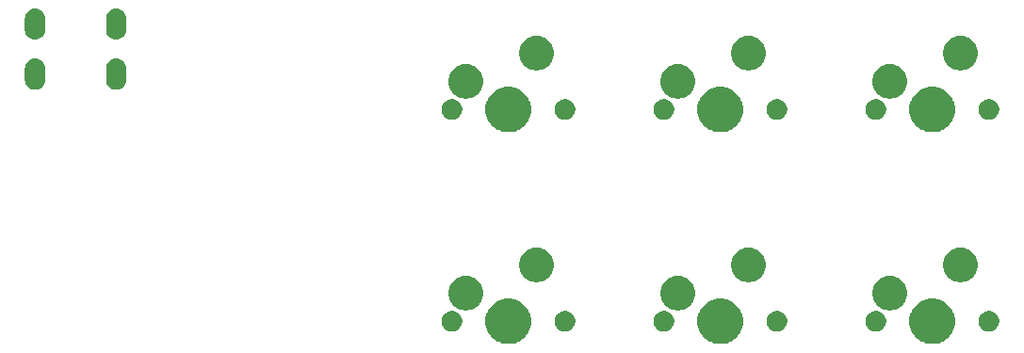
<source format=gts>
G04 #@! TF.GenerationSoftware,KiCad,Pcbnew,(5.1.4)-1*
G04 #@! TF.CreationDate,2023-05-28T14:22:49-07:00*
G04 #@! TF.ProjectId,keypad,6b657970-6164-42e6-9b69-6361645f7063,rev?*
G04 #@! TF.SameCoordinates,Original*
G04 #@! TF.FileFunction,Soldermask,Top*
G04 #@! TF.FilePolarity,Negative*
%FSLAX46Y46*%
G04 Gerber Fmt 4.6, Leading zero omitted, Abs format (unit mm)*
G04 Created by KiCad (PCBNEW (5.1.4)-1) date 2023-05-28 14:22:49*
%MOMM*%
%LPD*%
G04 APERTURE LIST*
%ADD10C,0.100000*%
G04 APERTURE END LIST*
D10*
G36*
X245865224Y-129002434D02*
G01*
X246083224Y-129092733D01*
X246237373Y-129156583D01*
X246572298Y-129380373D01*
X246857127Y-129665202D01*
X247080917Y-130000127D01*
X247113312Y-130078336D01*
X247235066Y-130372276D01*
X247313650Y-130767344D01*
X247313650Y-131170156D01*
X247235066Y-131565224D01*
X247184201Y-131688022D01*
X247080917Y-131937373D01*
X246857127Y-132272298D01*
X246572298Y-132557127D01*
X246237373Y-132780917D01*
X246083224Y-132844767D01*
X245865224Y-132935066D01*
X245470156Y-133013650D01*
X245067344Y-133013650D01*
X244672276Y-132935066D01*
X244454276Y-132844767D01*
X244300127Y-132780917D01*
X243965202Y-132557127D01*
X243680373Y-132272298D01*
X243456583Y-131937373D01*
X243353299Y-131688022D01*
X243302434Y-131565224D01*
X243223850Y-131170156D01*
X243223850Y-130767344D01*
X243302434Y-130372276D01*
X243424188Y-130078336D01*
X243456583Y-130000127D01*
X243680373Y-129665202D01*
X243965202Y-129380373D01*
X244300127Y-129156583D01*
X244454276Y-129092733D01*
X244672276Y-129002434D01*
X245067344Y-128923850D01*
X245470156Y-128923850D01*
X245865224Y-129002434D01*
X245865224Y-129002434D01*
G37*
G36*
X207765224Y-129002434D02*
G01*
X207983224Y-129092733D01*
X208137373Y-129156583D01*
X208472298Y-129380373D01*
X208757127Y-129665202D01*
X208980917Y-130000127D01*
X209013312Y-130078336D01*
X209135066Y-130372276D01*
X209213650Y-130767344D01*
X209213650Y-131170156D01*
X209135066Y-131565224D01*
X209084201Y-131688022D01*
X208980917Y-131937373D01*
X208757127Y-132272298D01*
X208472298Y-132557127D01*
X208137373Y-132780917D01*
X207983224Y-132844767D01*
X207765224Y-132935066D01*
X207370156Y-133013650D01*
X206967344Y-133013650D01*
X206572276Y-132935066D01*
X206354276Y-132844767D01*
X206200127Y-132780917D01*
X205865202Y-132557127D01*
X205580373Y-132272298D01*
X205356583Y-131937373D01*
X205253299Y-131688022D01*
X205202434Y-131565224D01*
X205123850Y-131170156D01*
X205123850Y-130767344D01*
X205202434Y-130372276D01*
X205324188Y-130078336D01*
X205356583Y-130000127D01*
X205580373Y-129665202D01*
X205865202Y-129380373D01*
X206200127Y-129156583D01*
X206354276Y-129092733D01*
X206572276Y-129002434D01*
X206967344Y-128923850D01*
X207370156Y-128923850D01*
X207765224Y-129002434D01*
X207765224Y-129002434D01*
G37*
G36*
X226815224Y-129002434D02*
G01*
X227033224Y-129092733D01*
X227187373Y-129156583D01*
X227522298Y-129380373D01*
X227807127Y-129665202D01*
X228030917Y-130000127D01*
X228063312Y-130078336D01*
X228185066Y-130372276D01*
X228263650Y-130767344D01*
X228263650Y-131170156D01*
X228185066Y-131565224D01*
X228134201Y-131688022D01*
X228030917Y-131937373D01*
X227807127Y-132272298D01*
X227522298Y-132557127D01*
X227187373Y-132780917D01*
X227033224Y-132844767D01*
X226815224Y-132935066D01*
X226420156Y-133013650D01*
X226017344Y-133013650D01*
X225622276Y-132935066D01*
X225404276Y-132844767D01*
X225250127Y-132780917D01*
X224915202Y-132557127D01*
X224630373Y-132272298D01*
X224406583Y-131937373D01*
X224303299Y-131688022D01*
X224252434Y-131565224D01*
X224173850Y-131170156D01*
X224173850Y-130767344D01*
X224252434Y-130372276D01*
X224374188Y-130078336D01*
X224406583Y-130000127D01*
X224630373Y-129665202D01*
X224915202Y-129380373D01*
X225250127Y-129156583D01*
X225404276Y-129092733D01*
X225622276Y-129002434D01*
X226017344Y-128923850D01*
X226420156Y-128923850D01*
X226815224Y-129002434D01*
X226815224Y-129002434D01*
G37*
G36*
X221408854Y-130078335D02*
G01*
X221577376Y-130148139D01*
X221729041Y-130249478D01*
X221858022Y-130378459D01*
X221959361Y-130530124D01*
X222029165Y-130698646D01*
X222064750Y-130877547D01*
X222064750Y-131059953D01*
X222029165Y-131238854D01*
X221959361Y-131407376D01*
X221858022Y-131559041D01*
X221729041Y-131688022D01*
X221577376Y-131789361D01*
X221408854Y-131859165D01*
X221229953Y-131894750D01*
X221047547Y-131894750D01*
X220868646Y-131859165D01*
X220700124Y-131789361D01*
X220548459Y-131688022D01*
X220419478Y-131559041D01*
X220318139Y-131407376D01*
X220248335Y-131238854D01*
X220212750Y-131059953D01*
X220212750Y-130877547D01*
X220248335Y-130698646D01*
X220318139Y-130530124D01*
X220419478Y-130378459D01*
X220548459Y-130249478D01*
X220700124Y-130148139D01*
X220868646Y-130078335D01*
X221047547Y-130042750D01*
X221229953Y-130042750D01*
X221408854Y-130078335D01*
X221408854Y-130078335D01*
G37*
G36*
X212518854Y-130078335D02*
G01*
X212687376Y-130148139D01*
X212839041Y-130249478D01*
X212968022Y-130378459D01*
X213069361Y-130530124D01*
X213139165Y-130698646D01*
X213174750Y-130877547D01*
X213174750Y-131059953D01*
X213139165Y-131238854D01*
X213069361Y-131407376D01*
X212968022Y-131559041D01*
X212839041Y-131688022D01*
X212687376Y-131789361D01*
X212518854Y-131859165D01*
X212339953Y-131894750D01*
X212157547Y-131894750D01*
X211978646Y-131859165D01*
X211810124Y-131789361D01*
X211658459Y-131688022D01*
X211529478Y-131559041D01*
X211428139Y-131407376D01*
X211358335Y-131238854D01*
X211322750Y-131059953D01*
X211322750Y-130877547D01*
X211358335Y-130698646D01*
X211428139Y-130530124D01*
X211529478Y-130378459D01*
X211658459Y-130249478D01*
X211810124Y-130148139D01*
X211978646Y-130078335D01*
X212157547Y-130042750D01*
X212339953Y-130042750D01*
X212518854Y-130078335D01*
X212518854Y-130078335D01*
G37*
G36*
X202358854Y-130078335D02*
G01*
X202527376Y-130148139D01*
X202679041Y-130249478D01*
X202808022Y-130378459D01*
X202909361Y-130530124D01*
X202979165Y-130698646D01*
X203014750Y-130877547D01*
X203014750Y-131059953D01*
X202979165Y-131238854D01*
X202909361Y-131407376D01*
X202808022Y-131559041D01*
X202679041Y-131688022D01*
X202527376Y-131789361D01*
X202358854Y-131859165D01*
X202179953Y-131894750D01*
X201997547Y-131894750D01*
X201818646Y-131859165D01*
X201650124Y-131789361D01*
X201498459Y-131688022D01*
X201369478Y-131559041D01*
X201268139Y-131407376D01*
X201198335Y-131238854D01*
X201162750Y-131059953D01*
X201162750Y-130877547D01*
X201198335Y-130698646D01*
X201268139Y-130530124D01*
X201369478Y-130378459D01*
X201498459Y-130249478D01*
X201650124Y-130148139D01*
X201818646Y-130078335D01*
X201997547Y-130042750D01*
X202179953Y-130042750D01*
X202358854Y-130078335D01*
X202358854Y-130078335D01*
G37*
G36*
X231568854Y-130078335D02*
G01*
X231737376Y-130148139D01*
X231889041Y-130249478D01*
X232018022Y-130378459D01*
X232119361Y-130530124D01*
X232189165Y-130698646D01*
X232224750Y-130877547D01*
X232224750Y-131059953D01*
X232189165Y-131238854D01*
X232119361Y-131407376D01*
X232018022Y-131559041D01*
X231889041Y-131688022D01*
X231737376Y-131789361D01*
X231568854Y-131859165D01*
X231389953Y-131894750D01*
X231207547Y-131894750D01*
X231028646Y-131859165D01*
X230860124Y-131789361D01*
X230708459Y-131688022D01*
X230579478Y-131559041D01*
X230478139Y-131407376D01*
X230408335Y-131238854D01*
X230372750Y-131059953D01*
X230372750Y-130877547D01*
X230408335Y-130698646D01*
X230478139Y-130530124D01*
X230579478Y-130378459D01*
X230708459Y-130249478D01*
X230860124Y-130148139D01*
X231028646Y-130078335D01*
X231207547Y-130042750D01*
X231389953Y-130042750D01*
X231568854Y-130078335D01*
X231568854Y-130078335D01*
G37*
G36*
X240458854Y-130078335D02*
G01*
X240627376Y-130148139D01*
X240779041Y-130249478D01*
X240908022Y-130378459D01*
X241009361Y-130530124D01*
X241079165Y-130698646D01*
X241114750Y-130877547D01*
X241114750Y-131059953D01*
X241079165Y-131238854D01*
X241009361Y-131407376D01*
X240908022Y-131559041D01*
X240779041Y-131688022D01*
X240627376Y-131789361D01*
X240458854Y-131859165D01*
X240279953Y-131894750D01*
X240097547Y-131894750D01*
X239918646Y-131859165D01*
X239750124Y-131789361D01*
X239598459Y-131688022D01*
X239469478Y-131559041D01*
X239368139Y-131407376D01*
X239298335Y-131238854D01*
X239262750Y-131059953D01*
X239262750Y-130877547D01*
X239298335Y-130698646D01*
X239368139Y-130530124D01*
X239469478Y-130378459D01*
X239598459Y-130249478D01*
X239750124Y-130148139D01*
X239918646Y-130078335D01*
X240097547Y-130042750D01*
X240279953Y-130042750D01*
X240458854Y-130078335D01*
X240458854Y-130078335D01*
G37*
G36*
X250618854Y-130078335D02*
G01*
X250787376Y-130148139D01*
X250939041Y-130249478D01*
X251068022Y-130378459D01*
X251169361Y-130530124D01*
X251239165Y-130698646D01*
X251274750Y-130877547D01*
X251274750Y-131059953D01*
X251239165Y-131238854D01*
X251169361Y-131407376D01*
X251068022Y-131559041D01*
X250939041Y-131688022D01*
X250787376Y-131789361D01*
X250618854Y-131859165D01*
X250439953Y-131894750D01*
X250257547Y-131894750D01*
X250078646Y-131859165D01*
X249910124Y-131789361D01*
X249758459Y-131688022D01*
X249629478Y-131559041D01*
X249528139Y-131407376D01*
X249458335Y-131238854D01*
X249422750Y-131059953D01*
X249422750Y-130877547D01*
X249458335Y-130698646D01*
X249528139Y-130530124D01*
X249629478Y-130378459D01*
X249758459Y-130249478D01*
X249910124Y-130148139D01*
X250078646Y-130078335D01*
X250257547Y-130042750D01*
X250439953Y-130042750D01*
X250618854Y-130078335D01*
X250618854Y-130078335D01*
G37*
G36*
X222711335Y-126907552D02*
G01*
X222861160Y-126937354D01*
X223143424Y-127054271D01*
X223397455Y-127224009D01*
X223613491Y-127440045D01*
X223783229Y-127694076D01*
X223900146Y-127976340D01*
X223959750Y-128275990D01*
X223959750Y-128581510D01*
X223900146Y-128881160D01*
X223783229Y-129163424D01*
X223613491Y-129417455D01*
X223397455Y-129633491D01*
X223143424Y-129803229D01*
X222861160Y-129920146D01*
X222711335Y-129949948D01*
X222561511Y-129979750D01*
X222255989Y-129979750D01*
X222106165Y-129949948D01*
X221956340Y-129920146D01*
X221674076Y-129803229D01*
X221420045Y-129633491D01*
X221204009Y-129417455D01*
X221034271Y-129163424D01*
X220917354Y-128881160D01*
X220857750Y-128581510D01*
X220857750Y-128275990D01*
X220917354Y-127976340D01*
X221034271Y-127694076D01*
X221204009Y-127440045D01*
X221420045Y-127224009D01*
X221674076Y-127054271D01*
X221956340Y-126937354D01*
X222106165Y-126907552D01*
X222255989Y-126877750D01*
X222561511Y-126877750D01*
X222711335Y-126907552D01*
X222711335Y-126907552D01*
G37*
G36*
X241761335Y-126907552D02*
G01*
X241911160Y-126937354D01*
X242193424Y-127054271D01*
X242447455Y-127224009D01*
X242663491Y-127440045D01*
X242833229Y-127694076D01*
X242950146Y-127976340D01*
X243009750Y-128275990D01*
X243009750Y-128581510D01*
X242950146Y-128881160D01*
X242833229Y-129163424D01*
X242663491Y-129417455D01*
X242447455Y-129633491D01*
X242193424Y-129803229D01*
X241911160Y-129920146D01*
X241761335Y-129949948D01*
X241611511Y-129979750D01*
X241305989Y-129979750D01*
X241156165Y-129949948D01*
X241006340Y-129920146D01*
X240724076Y-129803229D01*
X240470045Y-129633491D01*
X240254009Y-129417455D01*
X240084271Y-129163424D01*
X239967354Y-128881160D01*
X239907750Y-128581510D01*
X239907750Y-128275990D01*
X239967354Y-127976340D01*
X240084271Y-127694076D01*
X240254009Y-127440045D01*
X240470045Y-127224009D01*
X240724076Y-127054271D01*
X241006340Y-126937354D01*
X241156165Y-126907552D01*
X241305989Y-126877750D01*
X241611511Y-126877750D01*
X241761335Y-126907552D01*
X241761335Y-126907552D01*
G37*
G36*
X203661335Y-126907552D02*
G01*
X203811160Y-126937354D01*
X204093424Y-127054271D01*
X204347455Y-127224009D01*
X204563491Y-127440045D01*
X204733229Y-127694076D01*
X204850146Y-127976340D01*
X204909750Y-128275990D01*
X204909750Y-128581510D01*
X204850146Y-128881160D01*
X204733229Y-129163424D01*
X204563491Y-129417455D01*
X204347455Y-129633491D01*
X204093424Y-129803229D01*
X203811160Y-129920146D01*
X203661335Y-129949948D01*
X203511511Y-129979750D01*
X203205989Y-129979750D01*
X203056165Y-129949948D01*
X202906340Y-129920146D01*
X202624076Y-129803229D01*
X202370045Y-129633491D01*
X202154009Y-129417455D01*
X201984271Y-129163424D01*
X201867354Y-128881160D01*
X201807750Y-128581510D01*
X201807750Y-128275990D01*
X201867354Y-127976340D01*
X201984271Y-127694076D01*
X202154009Y-127440045D01*
X202370045Y-127224009D01*
X202624076Y-127054271D01*
X202906340Y-126937354D01*
X203056165Y-126907552D01*
X203205989Y-126877750D01*
X203511511Y-126877750D01*
X203661335Y-126907552D01*
X203661335Y-126907552D01*
G37*
G36*
X210011335Y-124367552D02*
G01*
X210161160Y-124397354D01*
X210443424Y-124514271D01*
X210697455Y-124684009D01*
X210913491Y-124900045D01*
X211083229Y-125154076D01*
X211200146Y-125436340D01*
X211259750Y-125735990D01*
X211259750Y-126041510D01*
X211200146Y-126341160D01*
X211083229Y-126623424D01*
X210913491Y-126877455D01*
X210697455Y-127093491D01*
X210443424Y-127263229D01*
X210161160Y-127380146D01*
X210011335Y-127409948D01*
X209861511Y-127439750D01*
X209555989Y-127439750D01*
X209406165Y-127409948D01*
X209256340Y-127380146D01*
X208974076Y-127263229D01*
X208720045Y-127093491D01*
X208504009Y-126877455D01*
X208334271Y-126623424D01*
X208217354Y-126341160D01*
X208157750Y-126041510D01*
X208157750Y-125735990D01*
X208217354Y-125436340D01*
X208334271Y-125154076D01*
X208504009Y-124900045D01*
X208720045Y-124684009D01*
X208974076Y-124514271D01*
X209256340Y-124397354D01*
X209406165Y-124367552D01*
X209555989Y-124337750D01*
X209861511Y-124337750D01*
X210011335Y-124367552D01*
X210011335Y-124367552D01*
G37*
G36*
X229061335Y-124367552D02*
G01*
X229211160Y-124397354D01*
X229493424Y-124514271D01*
X229747455Y-124684009D01*
X229963491Y-124900045D01*
X230133229Y-125154076D01*
X230250146Y-125436340D01*
X230309750Y-125735990D01*
X230309750Y-126041510D01*
X230250146Y-126341160D01*
X230133229Y-126623424D01*
X229963491Y-126877455D01*
X229747455Y-127093491D01*
X229493424Y-127263229D01*
X229211160Y-127380146D01*
X229061335Y-127409948D01*
X228911511Y-127439750D01*
X228605989Y-127439750D01*
X228456165Y-127409948D01*
X228306340Y-127380146D01*
X228024076Y-127263229D01*
X227770045Y-127093491D01*
X227554009Y-126877455D01*
X227384271Y-126623424D01*
X227267354Y-126341160D01*
X227207750Y-126041510D01*
X227207750Y-125735990D01*
X227267354Y-125436340D01*
X227384271Y-125154076D01*
X227554009Y-124900045D01*
X227770045Y-124684009D01*
X228024076Y-124514271D01*
X228306340Y-124397354D01*
X228456165Y-124367552D01*
X228605989Y-124337750D01*
X228911511Y-124337750D01*
X229061335Y-124367552D01*
X229061335Y-124367552D01*
G37*
G36*
X248111335Y-124367552D02*
G01*
X248261160Y-124397354D01*
X248543424Y-124514271D01*
X248797455Y-124684009D01*
X249013491Y-124900045D01*
X249183229Y-125154076D01*
X249300146Y-125436340D01*
X249359750Y-125735990D01*
X249359750Y-126041510D01*
X249300146Y-126341160D01*
X249183229Y-126623424D01*
X249013491Y-126877455D01*
X248797455Y-127093491D01*
X248543424Y-127263229D01*
X248261160Y-127380146D01*
X248111335Y-127409948D01*
X247961511Y-127439750D01*
X247655989Y-127439750D01*
X247506165Y-127409948D01*
X247356340Y-127380146D01*
X247074076Y-127263229D01*
X246820045Y-127093491D01*
X246604009Y-126877455D01*
X246434271Y-126623424D01*
X246317354Y-126341160D01*
X246257750Y-126041510D01*
X246257750Y-125735990D01*
X246317354Y-125436340D01*
X246434271Y-125154076D01*
X246604009Y-124900045D01*
X246820045Y-124684009D01*
X247074076Y-124514271D01*
X247356340Y-124397354D01*
X247506165Y-124367552D01*
X247655989Y-124337750D01*
X247961511Y-124337750D01*
X248111335Y-124367552D01*
X248111335Y-124367552D01*
G37*
G36*
X207765224Y-109952434D02*
G01*
X207983224Y-110042733D01*
X208137373Y-110106583D01*
X208472298Y-110330373D01*
X208757127Y-110615202D01*
X208980917Y-110950127D01*
X209013312Y-111028336D01*
X209135066Y-111322276D01*
X209213650Y-111717344D01*
X209213650Y-112120156D01*
X209135066Y-112515224D01*
X209084201Y-112638022D01*
X208980917Y-112887373D01*
X208757127Y-113222298D01*
X208472298Y-113507127D01*
X208137373Y-113730917D01*
X207983224Y-113794767D01*
X207765224Y-113885066D01*
X207370156Y-113963650D01*
X206967344Y-113963650D01*
X206572276Y-113885066D01*
X206354276Y-113794767D01*
X206200127Y-113730917D01*
X205865202Y-113507127D01*
X205580373Y-113222298D01*
X205356583Y-112887373D01*
X205253299Y-112638022D01*
X205202434Y-112515224D01*
X205123850Y-112120156D01*
X205123850Y-111717344D01*
X205202434Y-111322276D01*
X205324188Y-111028336D01*
X205356583Y-110950127D01*
X205580373Y-110615202D01*
X205865202Y-110330373D01*
X206200127Y-110106583D01*
X206354276Y-110042733D01*
X206572276Y-109952434D01*
X206967344Y-109873850D01*
X207370156Y-109873850D01*
X207765224Y-109952434D01*
X207765224Y-109952434D01*
G37*
G36*
X245865224Y-109952434D02*
G01*
X246083224Y-110042733D01*
X246237373Y-110106583D01*
X246572298Y-110330373D01*
X246857127Y-110615202D01*
X247080917Y-110950127D01*
X247113312Y-111028336D01*
X247235066Y-111322276D01*
X247313650Y-111717344D01*
X247313650Y-112120156D01*
X247235066Y-112515224D01*
X247184201Y-112638022D01*
X247080917Y-112887373D01*
X246857127Y-113222298D01*
X246572298Y-113507127D01*
X246237373Y-113730917D01*
X246083224Y-113794767D01*
X245865224Y-113885066D01*
X245470156Y-113963650D01*
X245067344Y-113963650D01*
X244672276Y-113885066D01*
X244454276Y-113794767D01*
X244300127Y-113730917D01*
X243965202Y-113507127D01*
X243680373Y-113222298D01*
X243456583Y-112887373D01*
X243353299Y-112638022D01*
X243302434Y-112515224D01*
X243223850Y-112120156D01*
X243223850Y-111717344D01*
X243302434Y-111322276D01*
X243424188Y-111028336D01*
X243456583Y-110950127D01*
X243680373Y-110615202D01*
X243965202Y-110330373D01*
X244300127Y-110106583D01*
X244454276Y-110042733D01*
X244672276Y-109952434D01*
X245067344Y-109873850D01*
X245470156Y-109873850D01*
X245865224Y-109952434D01*
X245865224Y-109952434D01*
G37*
G36*
X226815224Y-109952434D02*
G01*
X227033224Y-110042733D01*
X227187373Y-110106583D01*
X227522298Y-110330373D01*
X227807127Y-110615202D01*
X228030917Y-110950127D01*
X228063312Y-111028336D01*
X228185066Y-111322276D01*
X228263650Y-111717344D01*
X228263650Y-112120156D01*
X228185066Y-112515224D01*
X228134201Y-112638022D01*
X228030917Y-112887373D01*
X227807127Y-113222298D01*
X227522298Y-113507127D01*
X227187373Y-113730917D01*
X227033224Y-113794767D01*
X226815224Y-113885066D01*
X226420156Y-113963650D01*
X226017344Y-113963650D01*
X225622276Y-113885066D01*
X225404276Y-113794767D01*
X225250127Y-113730917D01*
X224915202Y-113507127D01*
X224630373Y-113222298D01*
X224406583Y-112887373D01*
X224303299Y-112638022D01*
X224252434Y-112515224D01*
X224173850Y-112120156D01*
X224173850Y-111717344D01*
X224252434Y-111322276D01*
X224374188Y-111028336D01*
X224406583Y-110950127D01*
X224630373Y-110615202D01*
X224915202Y-110330373D01*
X225250127Y-110106583D01*
X225404276Y-110042733D01*
X225622276Y-109952434D01*
X226017344Y-109873850D01*
X226420156Y-109873850D01*
X226815224Y-109952434D01*
X226815224Y-109952434D01*
G37*
G36*
X202358854Y-111028335D02*
G01*
X202527376Y-111098139D01*
X202679041Y-111199478D01*
X202808022Y-111328459D01*
X202909361Y-111480124D01*
X202979165Y-111648646D01*
X203014750Y-111827547D01*
X203014750Y-112009953D01*
X202979165Y-112188854D01*
X202909361Y-112357376D01*
X202808022Y-112509041D01*
X202679041Y-112638022D01*
X202527376Y-112739361D01*
X202358854Y-112809165D01*
X202179953Y-112844750D01*
X201997547Y-112844750D01*
X201818646Y-112809165D01*
X201650124Y-112739361D01*
X201498459Y-112638022D01*
X201369478Y-112509041D01*
X201268139Y-112357376D01*
X201198335Y-112188854D01*
X201162750Y-112009953D01*
X201162750Y-111827547D01*
X201198335Y-111648646D01*
X201268139Y-111480124D01*
X201369478Y-111328459D01*
X201498459Y-111199478D01*
X201650124Y-111098139D01*
X201818646Y-111028335D01*
X201997547Y-110992750D01*
X202179953Y-110992750D01*
X202358854Y-111028335D01*
X202358854Y-111028335D01*
G37*
G36*
X250618854Y-111028335D02*
G01*
X250787376Y-111098139D01*
X250939041Y-111199478D01*
X251068022Y-111328459D01*
X251169361Y-111480124D01*
X251239165Y-111648646D01*
X251274750Y-111827547D01*
X251274750Y-112009953D01*
X251239165Y-112188854D01*
X251169361Y-112357376D01*
X251068022Y-112509041D01*
X250939041Y-112638022D01*
X250787376Y-112739361D01*
X250618854Y-112809165D01*
X250439953Y-112844750D01*
X250257547Y-112844750D01*
X250078646Y-112809165D01*
X249910124Y-112739361D01*
X249758459Y-112638022D01*
X249629478Y-112509041D01*
X249528139Y-112357376D01*
X249458335Y-112188854D01*
X249422750Y-112009953D01*
X249422750Y-111827547D01*
X249458335Y-111648646D01*
X249528139Y-111480124D01*
X249629478Y-111328459D01*
X249758459Y-111199478D01*
X249910124Y-111098139D01*
X250078646Y-111028335D01*
X250257547Y-110992750D01*
X250439953Y-110992750D01*
X250618854Y-111028335D01*
X250618854Y-111028335D01*
G37*
G36*
X221408854Y-111028335D02*
G01*
X221577376Y-111098139D01*
X221729041Y-111199478D01*
X221858022Y-111328459D01*
X221959361Y-111480124D01*
X222029165Y-111648646D01*
X222064750Y-111827547D01*
X222064750Y-112009953D01*
X222029165Y-112188854D01*
X221959361Y-112357376D01*
X221858022Y-112509041D01*
X221729041Y-112638022D01*
X221577376Y-112739361D01*
X221408854Y-112809165D01*
X221229953Y-112844750D01*
X221047547Y-112844750D01*
X220868646Y-112809165D01*
X220700124Y-112739361D01*
X220548459Y-112638022D01*
X220419478Y-112509041D01*
X220318139Y-112357376D01*
X220248335Y-112188854D01*
X220212750Y-112009953D01*
X220212750Y-111827547D01*
X220248335Y-111648646D01*
X220318139Y-111480124D01*
X220419478Y-111328459D01*
X220548459Y-111199478D01*
X220700124Y-111098139D01*
X220868646Y-111028335D01*
X221047547Y-110992750D01*
X221229953Y-110992750D01*
X221408854Y-111028335D01*
X221408854Y-111028335D01*
G37*
G36*
X231568854Y-111028335D02*
G01*
X231737376Y-111098139D01*
X231889041Y-111199478D01*
X232018022Y-111328459D01*
X232119361Y-111480124D01*
X232189165Y-111648646D01*
X232224750Y-111827547D01*
X232224750Y-112009953D01*
X232189165Y-112188854D01*
X232119361Y-112357376D01*
X232018022Y-112509041D01*
X231889041Y-112638022D01*
X231737376Y-112739361D01*
X231568854Y-112809165D01*
X231389953Y-112844750D01*
X231207547Y-112844750D01*
X231028646Y-112809165D01*
X230860124Y-112739361D01*
X230708459Y-112638022D01*
X230579478Y-112509041D01*
X230478139Y-112357376D01*
X230408335Y-112188854D01*
X230372750Y-112009953D01*
X230372750Y-111827547D01*
X230408335Y-111648646D01*
X230478139Y-111480124D01*
X230579478Y-111328459D01*
X230708459Y-111199478D01*
X230860124Y-111098139D01*
X231028646Y-111028335D01*
X231207547Y-110992750D01*
X231389953Y-110992750D01*
X231568854Y-111028335D01*
X231568854Y-111028335D01*
G37*
G36*
X240458854Y-111028335D02*
G01*
X240627376Y-111098139D01*
X240779041Y-111199478D01*
X240908022Y-111328459D01*
X241009361Y-111480124D01*
X241079165Y-111648646D01*
X241114750Y-111827547D01*
X241114750Y-112009953D01*
X241079165Y-112188854D01*
X241009361Y-112357376D01*
X240908022Y-112509041D01*
X240779041Y-112638022D01*
X240627376Y-112739361D01*
X240458854Y-112809165D01*
X240279953Y-112844750D01*
X240097547Y-112844750D01*
X239918646Y-112809165D01*
X239750124Y-112739361D01*
X239598459Y-112638022D01*
X239469478Y-112509041D01*
X239368139Y-112357376D01*
X239298335Y-112188854D01*
X239262750Y-112009953D01*
X239262750Y-111827547D01*
X239298335Y-111648646D01*
X239368139Y-111480124D01*
X239469478Y-111328459D01*
X239598459Y-111199478D01*
X239750124Y-111098139D01*
X239918646Y-111028335D01*
X240097547Y-110992750D01*
X240279953Y-110992750D01*
X240458854Y-111028335D01*
X240458854Y-111028335D01*
G37*
G36*
X212518854Y-111028335D02*
G01*
X212687376Y-111098139D01*
X212839041Y-111199478D01*
X212968022Y-111328459D01*
X213069361Y-111480124D01*
X213139165Y-111648646D01*
X213174750Y-111827547D01*
X213174750Y-112009953D01*
X213139165Y-112188854D01*
X213069361Y-112357376D01*
X212968022Y-112509041D01*
X212839041Y-112638022D01*
X212687376Y-112739361D01*
X212518854Y-112809165D01*
X212339953Y-112844750D01*
X212157547Y-112844750D01*
X211978646Y-112809165D01*
X211810124Y-112739361D01*
X211658459Y-112638022D01*
X211529478Y-112509041D01*
X211428139Y-112357376D01*
X211358335Y-112188854D01*
X211322750Y-112009953D01*
X211322750Y-111827547D01*
X211358335Y-111648646D01*
X211428139Y-111480124D01*
X211529478Y-111328459D01*
X211658459Y-111199478D01*
X211810124Y-111098139D01*
X211978646Y-111028335D01*
X212157547Y-110992750D01*
X212339953Y-110992750D01*
X212518854Y-111028335D01*
X212518854Y-111028335D01*
G37*
G36*
X222711335Y-107857552D02*
G01*
X222861160Y-107887354D01*
X223143424Y-108004271D01*
X223397455Y-108174009D01*
X223613491Y-108390045D01*
X223783229Y-108644076D01*
X223900146Y-108926340D01*
X223900146Y-108926341D01*
X223959750Y-109225989D01*
X223959750Y-109531511D01*
X223948072Y-109590218D01*
X223900146Y-109831160D01*
X223783229Y-110113424D01*
X223613491Y-110367455D01*
X223397455Y-110583491D01*
X223143424Y-110753229D01*
X222861160Y-110870146D01*
X222711335Y-110899948D01*
X222561511Y-110929750D01*
X222255989Y-110929750D01*
X222106165Y-110899948D01*
X221956340Y-110870146D01*
X221674076Y-110753229D01*
X221420045Y-110583491D01*
X221204009Y-110367455D01*
X221034271Y-110113424D01*
X220917354Y-109831160D01*
X220869428Y-109590218D01*
X220857750Y-109531511D01*
X220857750Y-109225989D01*
X220917354Y-108926341D01*
X220917354Y-108926340D01*
X221034271Y-108644076D01*
X221204009Y-108390045D01*
X221420045Y-108174009D01*
X221674076Y-108004271D01*
X221956340Y-107887354D01*
X222106165Y-107857552D01*
X222255989Y-107827750D01*
X222561511Y-107827750D01*
X222711335Y-107857552D01*
X222711335Y-107857552D01*
G37*
G36*
X203661335Y-107857552D02*
G01*
X203811160Y-107887354D01*
X204093424Y-108004271D01*
X204347455Y-108174009D01*
X204563491Y-108390045D01*
X204733229Y-108644076D01*
X204850146Y-108926340D01*
X204850146Y-108926341D01*
X204909750Y-109225989D01*
X204909750Y-109531511D01*
X204898072Y-109590218D01*
X204850146Y-109831160D01*
X204733229Y-110113424D01*
X204563491Y-110367455D01*
X204347455Y-110583491D01*
X204093424Y-110753229D01*
X203811160Y-110870146D01*
X203661335Y-110899948D01*
X203511511Y-110929750D01*
X203205989Y-110929750D01*
X203056165Y-110899948D01*
X202906340Y-110870146D01*
X202624076Y-110753229D01*
X202370045Y-110583491D01*
X202154009Y-110367455D01*
X201984271Y-110113424D01*
X201867354Y-109831160D01*
X201819428Y-109590218D01*
X201807750Y-109531511D01*
X201807750Y-109225989D01*
X201867354Y-108926341D01*
X201867354Y-108926340D01*
X201984271Y-108644076D01*
X202154009Y-108390045D01*
X202370045Y-108174009D01*
X202624076Y-108004271D01*
X202906340Y-107887354D01*
X203056165Y-107857552D01*
X203205989Y-107827750D01*
X203511511Y-107827750D01*
X203661335Y-107857552D01*
X203661335Y-107857552D01*
G37*
G36*
X241761335Y-107857552D02*
G01*
X241911160Y-107887354D01*
X242193424Y-108004271D01*
X242447455Y-108174009D01*
X242663491Y-108390045D01*
X242833229Y-108644076D01*
X242950146Y-108926340D01*
X242950146Y-108926341D01*
X243009750Y-109225989D01*
X243009750Y-109531511D01*
X242998072Y-109590218D01*
X242950146Y-109831160D01*
X242833229Y-110113424D01*
X242663491Y-110367455D01*
X242447455Y-110583491D01*
X242193424Y-110753229D01*
X241911160Y-110870146D01*
X241761335Y-110899948D01*
X241611511Y-110929750D01*
X241305989Y-110929750D01*
X241156165Y-110899948D01*
X241006340Y-110870146D01*
X240724076Y-110753229D01*
X240470045Y-110583491D01*
X240254009Y-110367455D01*
X240084271Y-110113424D01*
X239967354Y-109831160D01*
X239919428Y-109590218D01*
X239907750Y-109531511D01*
X239907750Y-109225989D01*
X239967354Y-108926341D01*
X239967354Y-108926340D01*
X240084271Y-108644076D01*
X240254009Y-108390045D01*
X240470045Y-108174009D01*
X240724076Y-108004271D01*
X241006340Y-107887354D01*
X241156165Y-107857552D01*
X241305989Y-107827750D01*
X241611511Y-107827750D01*
X241761335Y-107857552D01*
X241761335Y-107857552D01*
G37*
G36*
X164801627Y-107355787D02*
G01*
X164971466Y-107407307D01*
X165127991Y-107490972D01*
X165163729Y-107520302D01*
X165265186Y-107603564D01*
X165348448Y-107705021D01*
X165377778Y-107740759D01*
X165461443Y-107897284D01*
X165512963Y-108067123D01*
X165526000Y-108199492D01*
X165526000Y-109288008D01*
X165512963Y-109420377D01*
X165461443Y-109590216D01*
X165377778Y-109746741D01*
X165348448Y-109782479D01*
X165265186Y-109883936D01*
X165127989Y-109996529D01*
X164971467Y-110080192D01*
X164971465Y-110080193D01*
X164801626Y-110131713D01*
X164625000Y-110149109D01*
X164448373Y-110131713D01*
X164278534Y-110080193D01*
X164122009Y-109996528D01*
X164068282Y-109952435D01*
X163984814Y-109883936D01*
X163872221Y-109746739D01*
X163788558Y-109590217D01*
X163788557Y-109590215D01*
X163737037Y-109420376D01*
X163724000Y-109288007D01*
X163724001Y-108199492D01*
X163737038Y-108067123D01*
X163788558Y-107897284D01*
X163872223Y-107740759D01*
X163901553Y-107705021D01*
X163984815Y-107603564D01*
X164086272Y-107520302D01*
X164122010Y-107490972D01*
X164278535Y-107407307D01*
X164448374Y-107355787D01*
X164625000Y-107338391D01*
X164801627Y-107355787D01*
X164801627Y-107355787D01*
G37*
G36*
X172101627Y-107355787D02*
G01*
X172271466Y-107407307D01*
X172427991Y-107490972D01*
X172463729Y-107520302D01*
X172565186Y-107603564D01*
X172648448Y-107705021D01*
X172677778Y-107740759D01*
X172761443Y-107897284D01*
X172812963Y-108067123D01*
X172826000Y-108199492D01*
X172826000Y-109288008D01*
X172812963Y-109420377D01*
X172761443Y-109590216D01*
X172677778Y-109746741D01*
X172648448Y-109782479D01*
X172565186Y-109883936D01*
X172427989Y-109996529D01*
X172271467Y-110080192D01*
X172271465Y-110080193D01*
X172101626Y-110131713D01*
X171925000Y-110149109D01*
X171748373Y-110131713D01*
X171578534Y-110080193D01*
X171422009Y-109996528D01*
X171368282Y-109952435D01*
X171284814Y-109883936D01*
X171172221Y-109746739D01*
X171088558Y-109590217D01*
X171088557Y-109590215D01*
X171037037Y-109420376D01*
X171024000Y-109288007D01*
X171024001Y-108199492D01*
X171037038Y-108067123D01*
X171088558Y-107897284D01*
X171172223Y-107740759D01*
X171201553Y-107705021D01*
X171284815Y-107603564D01*
X171386272Y-107520302D01*
X171422010Y-107490972D01*
X171578535Y-107407307D01*
X171748374Y-107355787D01*
X171925000Y-107338391D01*
X172101627Y-107355787D01*
X172101627Y-107355787D01*
G37*
G36*
X210011335Y-105317552D02*
G01*
X210161160Y-105347354D01*
X210443424Y-105464271D01*
X210697455Y-105634009D01*
X210913491Y-105850045D01*
X211083229Y-106104076D01*
X211200146Y-106386340D01*
X211259750Y-106685990D01*
X211259750Y-106991510D01*
X211200146Y-107291160D01*
X211083229Y-107573424D01*
X210913491Y-107827455D01*
X210697455Y-108043491D01*
X210443424Y-108213229D01*
X210161160Y-108330146D01*
X210011335Y-108359948D01*
X209861511Y-108389750D01*
X209555989Y-108389750D01*
X209406165Y-108359948D01*
X209256340Y-108330146D01*
X208974076Y-108213229D01*
X208720045Y-108043491D01*
X208504009Y-107827455D01*
X208334271Y-107573424D01*
X208217354Y-107291160D01*
X208157750Y-106991510D01*
X208157750Y-106685990D01*
X208217354Y-106386340D01*
X208334271Y-106104076D01*
X208504009Y-105850045D01*
X208720045Y-105634009D01*
X208974076Y-105464271D01*
X209256340Y-105347354D01*
X209406165Y-105317552D01*
X209555989Y-105287750D01*
X209861511Y-105287750D01*
X210011335Y-105317552D01*
X210011335Y-105317552D01*
G37*
G36*
X229061335Y-105317552D02*
G01*
X229211160Y-105347354D01*
X229493424Y-105464271D01*
X229747455Y-105634009D01*
X229963491Y-105850045D01*
X230133229Y-106104076D01*
X230250146Y-106386340D01*
X230309750Y-106685990D01*
X230309750Y-106991510D01*
X230250146Y-107291160D01*
X230133229Y-107573424D01*
X229963491Y-107827455D01*
X229747455Y-108043491D01*
X229493424Y-108213229D01*
X229211160Y-108330146D01*
X229061335Y-108359948D01*
X228911511Y-108389750D01*
X228605989Y-108389750D01*
X228456165Y-108359948D01*
X228306340Y-108330146D01*
X228024076Y-108213229D01*
X227770045Y-108043491D01*
X227554009Y-107827455D01*
X227384271Y-107573424D01*
X227267354Y-107291160D01*
X227207750Y-106991510D01*
X227207750Y-106685990D01*
X227267354Y-106386340D01*
X227384271Y-106104076D01*
X227554009Y-105850045D01*
X227770045Y-105634009D01*
X228024076Y-105464271D01*
X228306340Y-105347354D01*
X228456165Y-105317552D01*
X228605989Y-105287750D01*
X228911511Y-105287750D01*
X229061335Y-105317552D01*
X229061335Y-105317552D01*
G37*
G36*
X248111335Y-105317552D02*
G01*
X248261160Y-105347354D01*
X248543424Y-105464271D01*
X248797455Y-105634009D01*
X249013491Y-105850045D01*
X249183229Y-106104076D01*
X249300146Y-106386340D01*
X249359750Y-106685990D01*
X249359750Y-106991510D01*
X249300146Y-107291160D01*
X249183229Y-107573424D01*
X249013491Y-107827455D01*
X248797455Y-108043491D01*
X248543424Y-108213229D01*
X248261160Y-108330146D01*
X248111335Y-108359948D01*
X247961511Y-108389750D01*
X247655989Y-108389750D01*
X247506165Y-108359948D01*
X247356340Y-108330146D01*
X247074076Y-108213229D01*
X246820045Y-108043491D01*
X246604009Y-107827455D01*
X246434271Y-107573424D01*
X246317354Y-107291160D01*
X246257750Y-106991510D01*
X246257750Y-106685990D01*
X246317354Y-106386340D01*
X246434271Y-106104076D01*
X246604009Y-105850045D01*
X246820045Y-105634009D01*
X247074076Y-105464271D01*
X247356340Y-105347354D01*
X247506165Y-105317552D01*
X247655989Y-105287750D01*
X247961511Y-105287750D01*
X248111335Y-105317552D01*
X248111335Y-105317552D01*
G37*
G36*
X172101627Y-102855787D02*
G01*
X172271466Y-102907307D01*
X172427991Y-102990972D01*
X172463729Y-103020302D01*
X172565186Y-103103564D01*
X172648448Y-103205021D01*
X172677778Y-103240759D01*
X172761443Y-103397284D01*
X172812963Y-103567123D01*
X172826000Y-103699492D01*
X172826000Y-104788008D01*
X172812963Y-104920377D01*
X172761443Y-105090216D01*
X172677778Y-105246741D01*
X172648448Y-105282479D01*
X172565186Y-105383936D01*
X172427989Y-105496529D01*
X172271467Y-105580192D01*
X172271465Y-105580193D01*
X172101626Y-105631713D01*
X171925000Y-105649109D01*
X171748373Y-105631713D01*
X171578534Y-105580193D01*
X171422009Y-105496528D01*
X171382704Y-105464271D01*
X171284814Y-105383936D01*
X171172221Y-105246739D01*
X171088558Y-105090217D01*
X171088557Y-105090215D01*
X171037037Y-104920376D01*
X171024000Y-104788007D01*
X171024001Y-103699492D01*
X171037038Y-103567123D01*
X171088558Y-103397284D01*
X171172223Y-103240759D01*
X171201553Y-103205021D01*
X171284815Y-103103564D01*
X171386272Y-103020302D01*
X171422010Y-102990972D01*
X171578535Y-102907307D01*
X171748374Y-102855787D01*
X171925000Y-102838391D01*
X172101627Y-102855787D01*
X172101627Y-102855787D01*
G37*
G36*
X164801627Y-102855787D02*
G01*
X164971466Y-102907307D01*
X165127991Y-102990972D01*
X165163729Y-103020302D01*
X165265186Y-103103564D01*
X165348448Y-103205021D01*
X165377778Y-103240759D01*
X165461443Y-103397284D01*
X165512963Y-103567123D01*
X165526000Y-103699492D01*
X165526000Y-104788008D01*
X165512963Y-104920377D01*
X165461443Y-105090216D01*
X165377778Y-105246741D01*
X165348448Y-105282479D01*
X165265186Y-105383936D01*
X165127989Y-105496529D01*
X164971467Y-105580192D01*
X164971465Y-105580193D01*
X164801626Y-105631713D01*
X164625000Y-105649109D01*
X164448373Y-105631713D01*
X164278534Y-105580193D01*
X164122009Y-105496528D01*
X164082704Y-105464271D01*
X163984814Y-105383936D01*
X163872221Y-105246739D01*
X163788558Y-105090217D01*
X163788557Y-105090215D01*
X163737037Y-104920376D01*
X163724000Y-104788007D01*
X163724001Y-103699492D01*
X163737038Y-103567123D01*
X163788558Y-103397284D01*
X163872223Y-103240759D01*
X163901553Y-103205021D01*
X163984815Y-103103564D01*
X164086272Y-103020302D01*
X164122010Y-102990972D01*
X164278535Y-102907307D01*
X164448374Y-102855787D01*
X164625000Y-102838391D01*
X164801627Y-102855787D01*
X164801627Y-102855787D01*
G37*
M02*

</source>
